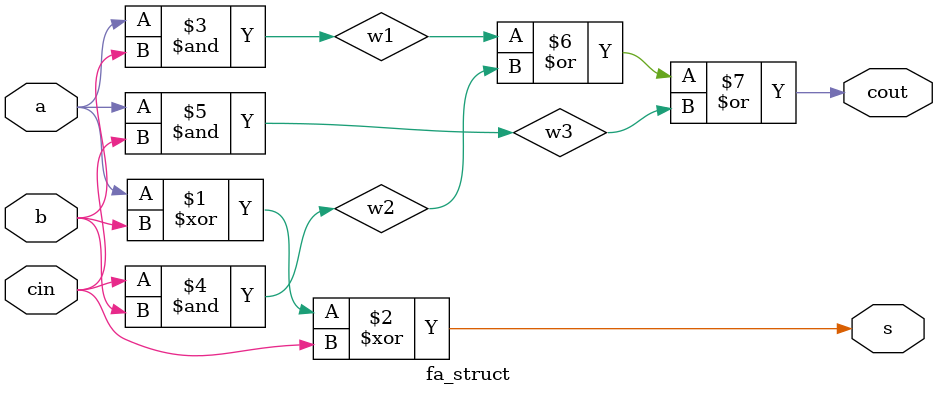
<source format=v>
module carryadder(
    input [3:0] a,b,c,
    
    output [3:0] s,
    output [1:0]cout
    );
    wire [3:0]s0,c0;
    wire [3:0]s1,c1;
    //satge -1
   fa_struct fa1(a[0],b[0],c[0],s0[0],c0[0]); 
   fa_struct fa2(a[1],b[1],c[1],s0[1],c0[1]); 
   fa_struct fa3(a[2],b[2],c[2],s0[2],c0[2]); 
   fa_struct fa4(a[3],b[3],c[3],s0[3],c0[3]); 
   //stage-2
   fa_struct fa5(c0[0],s0[1],0,s1[0],c1[0]);
  fa_struct fa6(c0[1],s0[2],c1[0],s1[1],c1[1]);
  fa_struct fa7(c0[2],s0[3],c1[1],s1[2],c1[2]);
  fa_struct fa8(c0[3],0,c1[2],s1[3],c1[3]);
  assign s[0]=s0[0];
  assign s[1]=s1[0];
  assign s[2]=s1[1];
  assign s[3]=s1[2];
  assign cout[0]=s1[3];
  assign cout[1]=c1[3];
endmodule

module fa_struct(
    input a,b,cin,
    output s,cout
    );
    wire w1,w2,w3;
    xor a1(s,a,b,cin);
    and a2(w1,a,b);
     and a3(w2,cin,b);
      and a4(w3,a,cin);
      or a5(cout,w1,w2,w3);
endmodule
</source>
